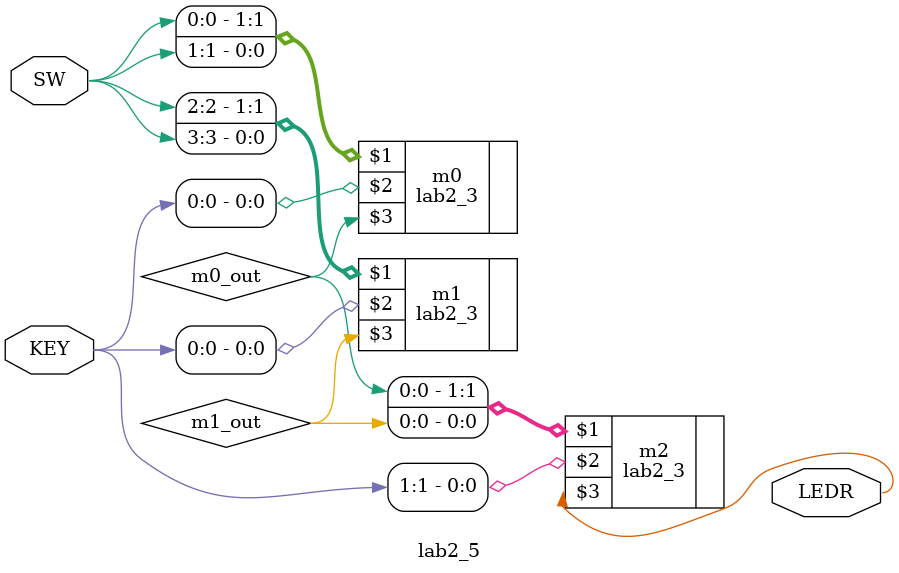
<source format=v>

module lab2_5 (SW,KEY,LEDR);
  input [3:0]SW;  
  input [1:0] KEY;  
  output [0:0] LEDR;  
  wire m0_out,m1_out;    
  
 lab2_3 m0({SW[0],SW[1]},KEY[0],m0_out); 
 lab2_3 m1({SW[2],SW[3]},KEY[0],m1_out);  
 lab2_3 m2({m0_out,m1_out},KEY[1],LEDR[0]); 
 
endmodule 
</source>
